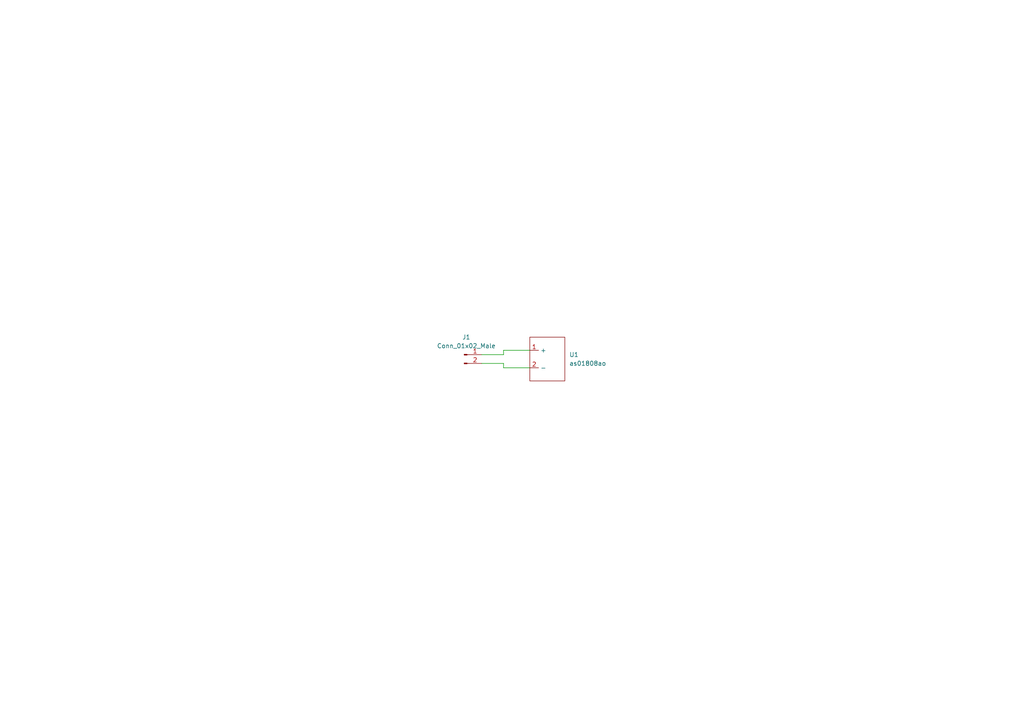
<source format=kicad_sch>
(kicad_sch (version 20211123) (generator eeschema)
  (paper "A4")
  (lib_symbols
    (symbol "Connector:Conn_01x02_Male" (pin_names (offset 1.016) hide)
      (property "Reference" "J" (at 0 2.54 0))
      (property "Value" "Conn_01x02_Male" (at 0 -5.08 0))
      (symbol "Conn_01x02_Male_1_1"
        (polyline (pts (xy 1.27 -2.54) (xy 0.8636 -2.54)) (stroke (width 0.1524)))
        (polyline (pts (xy 1.27 0) (xy 0.8636 0)) (stroke (width 0.1524)))
        (rectangle (start 0.8636 -2.413) (end 0 -2.667) (stroke (width 0.1524)) (fill (type outline)))
        (rectangle (start 0.8636 0.127) (end 0 -0.127) (stroke (width 0.1524)) (fill (type outline)))
        (pin passive line (at 5.08 0 180) (length 3.81) (name "Pin_1") (number "1"))
        (pin passive line (at 5.08 -2.54 180) (length 3.81) (name "Pin_2") (number "2"))
      )
    )
    (symbol "project:as01808ao"
      (property "Reference" "U" (at 0 10.16 0))
      (property "Value" "as01808ao" (at 0 -5.08 0))
      (symbol "as01808ao_0_1"
        (rectangle (start -5.08 8.89) (end 5.08 -3.81))
      )
      (symbol "as01808ao_1_1"
        (pin input line (at -5.08 5.08 0) (length 2.54) (name "+") (number "1"))
        (pin input line (at -5.08 0 0) (length 2.54) (name "-") (number "2"))
      )
    )
  )
  (wire (pts (xy 139.7 105.41) (xy 146.05 105.41)))
  (wire (pts (xy 146.05 101.6) (xy 146.05 102.87)))
  (wire (pts (xy 146.05 102.87) (xy 139.7 102.87)))
  (wire (pts (xy 146.05 105.41) (xy 146.05 106.68)))
  (wire (pts (xy 146.05 106.68) (xy 153.67 106.68)))
  (wire (pts (xy 153.67 101.6) (xy 146.05 101.6)))
  (symbol (lib_id "Connector:Conn_01x02_Male") (at 134.62 102.87 0) (unit 1)
    (property "Reference" "J1" (at 135.255 97.79 0))
    (property "Value" "Conn_01x02_Male" (at 135.255 100.33 0))
    (property "Footprint" "Connector_PinHeader_2.54mm:PinHeader_1x02_P2.54mm_Vertical" (effects hide))
  )
  (symbol (lib_id "project:as01808ao") (at 158.75 106.68 0) (unit 1)
    (property "Reference" "U1" (at 165.1 102.8699 0) (effects (justify left)))
    (property "Value" "as01808ao" (at 165.1 105.4099 0) (effects (justify left)))
    (property "Footprint" "project:AS01808AO-mount" (effects hide))
  )
)
</source>
